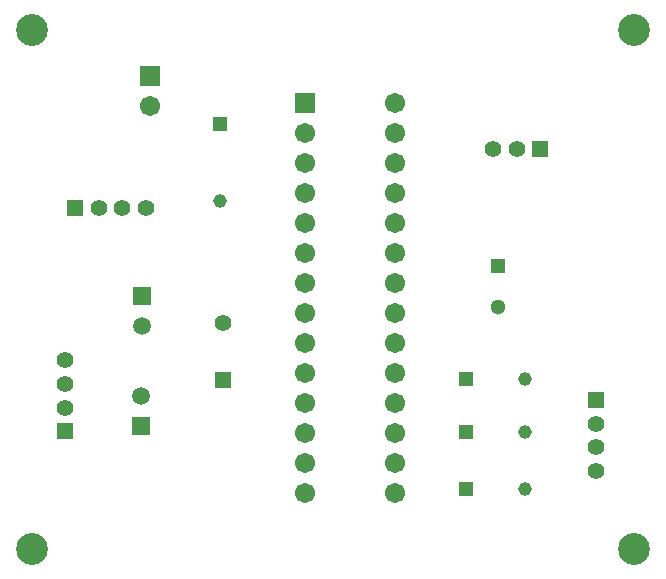
<source format=gbr>
G04*
G04 #@! TF.GenerationSoftware,Altium Limited,Altium Designer,22.4.2 (48)*
G04*
G04 Layer_Color=8388736*
%FSLAX44Y44*%
%MOMM*%
G71*
G04*
G04 #@! TF.SameCoordinates,526C220A-A096-4E3C-8F2C-01EC2D9484EB*
G04*
G04*
G04 #@! TF.FilePolarity,Negative*
G04*
G01*
G75*
%ADD15C,1.3900*%
%ADD16R,1.3900X1.3900*%
%ADD17C,1.3000*%
%ADD18R,1.3000X1.3000*%
%ADD19R,1.7032X1.7032*%
%ADD20C,1.7032*%
%ADD21C,1.4032*%
%ADD22R,1.4032X1.4032*%
%ADD23R,1.7032X1.7032*%
%ADD24R,1.1500X1.1500*%
%ADD25C,1.1500*%
%ADD26R,1.5032X1.5032*%
%ADD27C,1.5032*%
%ADD28R,1.1500X1.1500*%
%ADD29R,1.3900X1.3900*%
%ADD30C,2.7032*%
D15*
X53250Y185000D02*
D03*
Y165000D02*
D03*
Y145000D02*
D03*
X502990Y91320D02*
D03*
Y111320D02*
D03*
Y131320D02*
D03*
X121510Y314200D02*
D03*
X101510D02*
D03*
X81510D02*
D03*
X415360Y363730D02*
D03*
X435360D02*
D03*
D16*
X53250Y125000D02*
D03*
X502990Y151320D02*
D03*
D17*
X420000Y230000D02*
D03*
D18*
Y265000D02*
D03*
D19*
X125000Y425400D02*
D03*
D20*
Y400000D02*
D03*
X256610Y377700D02*
D03*
Y352300D02*
D03*
Y326900D02*
D03*
Y301500D02*
D03*
Y276100D02*
D03*
Y250700D02*
D03*
Y225300D02*
D03*
Y199900D02*
D03*
Y174500D02*
D03*
Y149100D02*
D03*
Y123700D02*
D03*
Y98300D02*
D03*
Y72900D02*
D03*
X332810Y403100D02*
D03*
Y377700D02*
D03*
Y352300D02*
D03*
Y326900D02*
D03*
Y301500D02*
D03*
Y276100D02*
D03*
Y250700D02*
D03*
Y225300D02*
D03*
Y199900D02*
D03*
Y174500D02*
D03*
Y149100D02*
D03*
Y123700D02*
D03*
Y98300D02*
D03*
Y72900D02*
D03*
D21*
X186760Y216680D02*
D03*
D22*
Y167880D02*
D03*
D23*
X256610Y403100D02*
D03*
D24*
X392750Y76250D02*
D03*
X392250Y169500D02*
D03*
Y124000D02*
D03*
D25*
X442750Y76250D02*
D03*
X184220Y319500D02*
D03*
X442250Y169500D02*
D03*
Y124000D02*
D03*
D26*
X117750Y129300D02*
D03*
X118000Y239200D02*
D03*
D27*
X117750Y154700D02*
D03*
X118000Y213800D02*
D03*
D28*
X184220Y385100D02*
D03*
D29*
X61510Y314200D02*
D03*
X455360Y363730D02*
D03*
D30*
X25000Y465000D02*
D03*
X535000Y25000D02*
D03*
X25000D02*
D03*
X535000Y465000D02*
D03*
M02*

</source>
